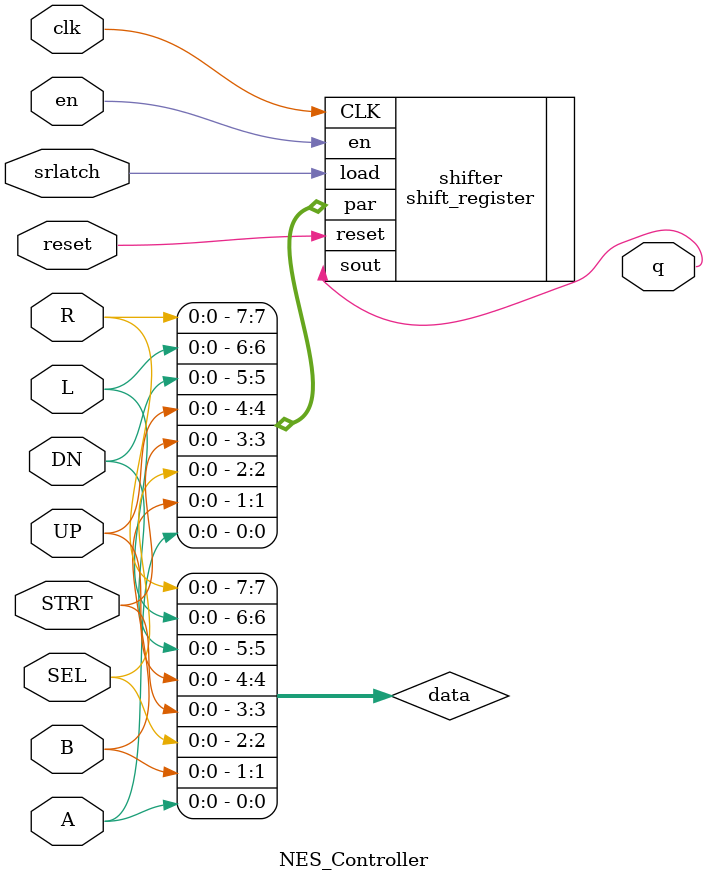
<source format=sv>
module NES_Controller(input logic	srlatch, clk, A, B, STRT, SEL, UP,DN, L, R, reset, en,
							 output logic 	q);

							 
		/*Output:
				Bit# | Button   
				--------------
				  0  |   A  
				--------------
				  1  |   B  
				--------------
				  2  | Select   
				--------------
				  3  | Start  
				--------------
				  4  |   Up  
				--------------
				  5  |  Down  
				--------------
				  6  |  Left   
				--------------
				  7  | Right   
				--------------
	
	*/
	
	logic [7:0] data;
	
	assign data = {R,L,DN,UP,STRT,SEL,B,A};
	
	shift_register #(8) shifter(.load(srlatch),
									.CLK(clk),
									.sout(q),
									.reset(reset),
									.par(data),
									.en(en));




endmodule
</source>
